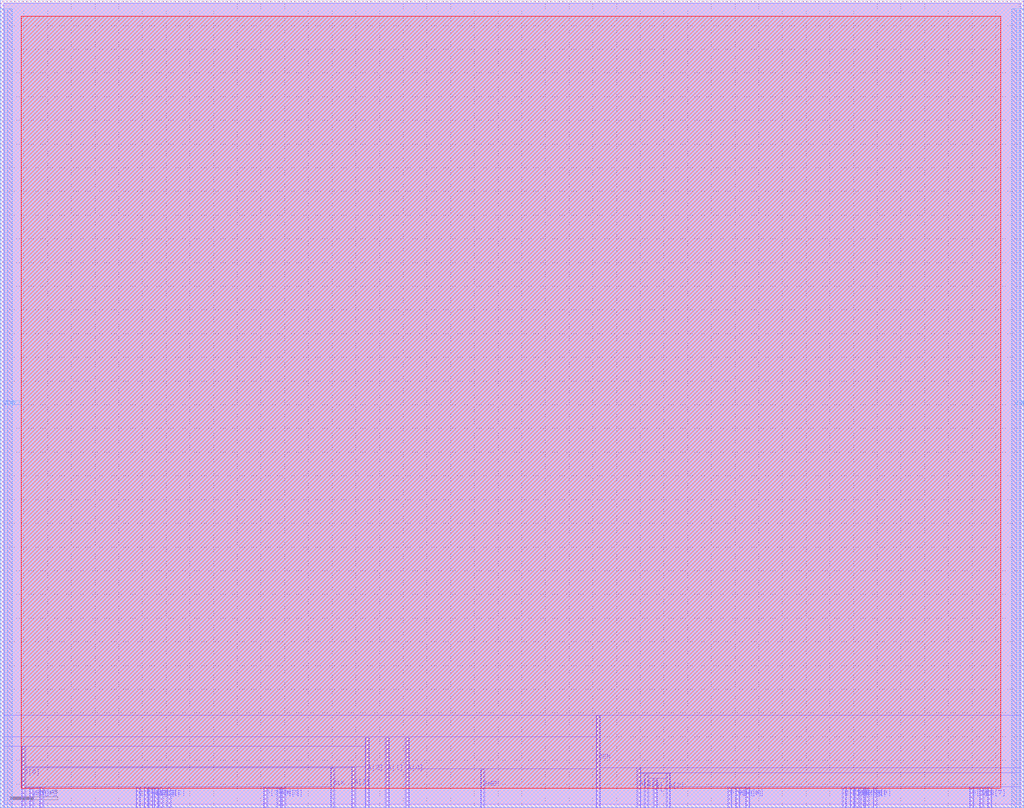
<source format=lef>
VERSION 5.7 ;
  NOWIREEXTENSIONATPIN ON ;
  DIVIDERCHAR "/" ;
  BUSBITCHARS "[]" ;
MACRO gf180_ram_256x8_wrapper
  CLASS BLOCK ;
  FOREIGN gf180_ram_256x8_wrapper ;
  ORIGIN 0.000 0.000 ;
  SIZE 431.860 BY 340.880 ;
  PIN A[0]
    DIRECTION INPUT ;
    USE SIGNAL ;
    ANTENNADIFFAREA 1.997600 ;
    PORT
      LAYER Metal2 ;
        RECT 171.215 0.000 172.335 29.595 ;
    END
  END A[0]
  PIN A[1]
    DIRECTION INPUT ;
    USE SIGNAL ;
    ANTENNADIFFAREA 1.997600 ;
    PORT
      LAYER Metal2 ;
        RECT 162.760 0.000 163.880 29.595 ;
    END
  END A[1]
  PIN A[2]
    DIRECTION INPUT ;
    USE SIGNAL ;
    ANTENNADIFFAREA 1.997600 ;
    PORT
      LAYER Metal2 ;
        RECT 154.295 0.000 155.415 29.595 ;
    END
  END A[2]
  PIN A[3]
    DIRECTION INPUT ;
    USE SIGNAL ;
    ANTENNADIFFAREA 1.997600 ;
    PORT
      LAYER Metal2 ;
        RECT 281.325 0.000 282.445 14.535 ;
    END
  END A[3]
  PIN A[4]
    DIRECTION INPUT ;
    USE SIGNAL ;
    ANTENNADIFFAREA 1.997600 ;
    PORT
      LAYER Metal2 ;
        RECT 275.820 0.000 276.940 12.080 ;
    END
  END A[4]
  PIN A[5]
    DIRECTION INPUT ;
    USE SIGNAL ;
    ANTENNADIFFAREA 1.997600 ;
    PORT
      LAYER Metal2 ;
        RECT 272.085 0.000 273.205 14.180 ;
    END
  END A[5]
  PIN A[6]
    DIRECTION INPUT ;
    USE SIGNAL ;
    ANTENNADIFFAREA 1.997600 ;
    PORT
      LAYER Metal2 ;
        RECT 268.860 0.000 269.980 16.545 ;
    END
  END A[6]
  PIN A[7]
    DIRECTION INPUT ;
    USE SIGNAL ;
    ANTENNADIFFAREA 1.997600 ;
    PORT
      LAYER Metal2 ;
        RECT 148.525 0.000 149.645 17.090 ;
    END
  END A[7]
  PIN CEN
    DIRECTION INPUT ;
    USE SIGNAL ;
    ANTENNADIFFAREA 1.997600 ;
    PORT
      LAYER Metal2 ;
        RECT 251.710 0.000 252.830 38.725 ;
    END
  END CEN
  PIN CLK
    DIRECTION INPUT ;
    USE SIGNAL ;
    ANTENNAGATEAREA 44.706600 ;
    PORT
      LAYER Metal2 ;
        RECT 139.680 0.000 140.800 16.615 ;
    END
  END CLK
  PIN D[0]
    DIRECTION INPUT ;
    USE SIGNAL ;
    ANTENNAGATEAREA 1.152000 ;
    PORT
      LAYER Metal2 ;
        RECT 9.320 0.000 10.440 25.675 ;
    END
  END D[0]
  PIN D[1]
    DIRECTION INPUT ;
    USE SIGNAL ;
    ANTENNAGATEAREA 1.152000 ;
    PORT
      LAYER Metal2 ;
        RECT 61.030 0.000 62.150 8.505 ;
    END
  END D[1]
  PIN D[2]
    DIRECTION INPUT ;
    USE SIGNAL ;
    ANTENNAGATEAREA 1.152000 ;
    PORT
      LAYER Metal2 ;
        RECT 67.270 0.000 68.390 8.505 ;
    END
  END D[2]
  PIN D[3]
    DIRECTION INPUT ;
    USE SIGNAL ;
    ANTENNAGATEAREA 1.152000 ;
    PORT
      LAYER Metal2 ;
        RECT 118.975 0.000 120.095 8.505 ;
    END
  END D[3]
  PIN D[4]
    DIRECTION INPUT ;
    USE SIGNAL ;
    ANTENNAGATEAREA 1.152000 ;
    PORT
      LAYER Metal2 ;
        RECT 307.235 0.000 308.355 8.505 ;
    END
  END D[4]
  PIN D[5]
    DIRECTION INPUT ;
    USE SIGNAL ;
    ANTENNAGATEAREA 1.152000 ;
    PORT
      LAYER Metal2 ;
        RECT 358.910 0.000 360.030 8.505 ;
    END
  END D[5]
  PIN D[6]
    DIRECTION INPUT ;
    USE SIGNAL ;
    ANTENNAGATEAREA 1.152000 ;
    PORT
      LAYER Metal2 ;
        RECT 365.150 0.000 366.270 8.505 ;
    END
  END D[6]
  PIN D[7]
    DIRECTION INPUT ;
    USE SIGNAL ;
    ANTENNAGATEAREA 1.152000 ;
    PORT
      LAYER Metal2 ;
        RECT 416.860 0.000 417.980 8.505 ;
    END
  END D[7]
  PIN GWEN
    DIRECTION INPUT ;
    USE SIGNAL ;
    ANTENNAGATEAREA 14.466000 ;
    PORT
      LAYER Metal2 ;
        RECT 202.940 0.000 204.060 16.150 ;
    END
  END GWEN
  PIN Q[0]
    DIRECTION OUTPUT ;
    USE SIGNAL ;
    ANTENNADIFFAREA 11.328000 ;
    PORT
      LAYER Metal2 ;
        RECT 16.900 0.000 18.020 8.505 ;
    END
  END Q[0]
  PIN Q[1]
    DIRECTION OUTPUT ;
    USE SIGNAL ;
    ANTENNADIFFAREA 11.328000 ;
    PORT
      LAYER Metal2 ;
        RECT 57.665 0.000 58.785 8.505 ;
    END
  END Q[1]
  PIN Q[2]
    DIRECTION OUTPUT ;
    USE SIGNAL ;
    ANTENNADIFFAREA 11.328000 ;
    PORT
      LAYER Metal2 ;
        RECT 70.635 0.000 71.755 8.505 ;
    END
  END Q[2]
  PIN Q[3]
    DIRECTION OUTPUT ;
    USE SIGNAL ;
    ANTENNADIFFAREA 11.328000 ;
    PORT
      LAYER Metal2 ;
        RECT 111.395 0.000 112.515 8.505 ;
    END
  END Q[3]
  PIN Q[4]
    DIRECTION OUTPUT ;
    USE SIGNAL ;
    ANTENNADIFFAREA 11.328000 ;
    PORT
      LAYER Metal2 ;
        RECT 314.790 0.000 315.910 8.505 ;
    END
  END Q[4]
  PIN Q[5]
    DIRECTION OUTPUT ;
    USE SIGNAL ;
    ANTENNADIFFAREA 11.328000 ;
    PORT
      LAYER Metal2 ;
        RECT 355.545 0.000 356.665 8.505 ;
    END
  END Q[5]
  PIN Q[6]
    DIRECTION OUTPUT ;
    USE SIGNAL ;
    ANTENNADIFFAREA 11.328000 ;
    PORT
      LAYER Metal2 ;
        RECT 368.515 0.000 369.635 8.505 ;
    END
  END Q[6]
  PIN Q[7]
    DIRECTION OUTPUT ;
    USE SIGNAL ;
    ANTENNADIFFAREA 11.328000 ;
    PORT
      LAYER Metal2 ;
        RECT 409.275 0.000 410.395 8.505 ;
    END
  END Q[7]
  PIN VDD
    DIRECTION INOUT ;
    USE POWER ;
    PORT
      LAYER Metal4 ;
        RECT 0.000 0.000 2.000 337.120 ;
    END
    PORT
      LAYER Metal4 ;
        RECT 426.800 0.000 428.800 337.120 ;
    END
  END VDD
  PIN VSS
    DIRECTION INOUT ;
    USE GROUND ;
    PORT
      LAYER Metal4 ;
        RECT 3.000 0.000 5.000 337.120 ;
    END
    PORT
      LAYER Metal4 ;
        RECT 429.800 0.000 431.800 337.120 ;
    END
  END VSS
  PIN WEN[0]
    DIRECTION INPUT ;
    USE SIGNAL ;
    ANTENNAGATEAREA 1.938000 ;
    PORT
      LAYER Metal2 ;
        RECT 12.695 0.000 13.815 8.185 ;
    END
  END WEN[0]
  PIN WEN[1]
    DIRECTION INPUT ;
    USE SIGNAL ;
    ANTENNAGATEAREA 1.938000 ;
    PORT
      LAYER Metal2 ;
        RECT 63.020 0.000 64.140 8.185 ;
    END
  END WEN[1]
  PIN WEN[2]
    DIRECTION INPUT ;
    USE SIGNAL ;
    ANTENNAGATEAREA 1.938000 ;
    PORT
      LAYER Metal2 ;
        RECT 65.270 0.000 66.390 8.185 ;
    END
  END WEN[2]
  PIN WEN[3]
    DIRECTION INPUT ;
    USE SIGNAL ;
    ANTENNAGATEAREA 1.938000 ;
    PORT
      LAYER Metal2 ;
        RECT 117.020 0.000 118.140 8.185 ;
    END
  END WEN[3]
  PIN WEN[4]
    DIRECTION INPUT ;
    USE SIGNAL ;
    ANTENNAGATEAREA 1.938000 ;
    PORT
      LAYER Metal2 ;
        RECT 310.575 0.000 311.695 8.185 ;
    END
  END WEN[4]
  PIN WEN[5]
    DIRECTION INPUT ;
    USE SIGNAL ;
    ANTENNAGATEAREA 1.938000 ;
    PORT
      LAYER Metal2 ;
        RECT 360.900 0.000 362.020 8.185 ;
    END
  END WEN[5]
  PIN WEN[6]
    DIRECTION INPUT ;
    USE SIGNAL ;
    ANTENNAGATEAREA 1.938000 ;
    PORT
      LAYER Metal2 ;
        RECT 363.150 0.000 364.270 8.185 ;
    END
  END WEN[6]
  PIN WEN[7]
    DIRECTION INPUT ;
    USE SIGNAL ;
    ANTENNAGATEAREA 1.938000 ;
    PORT
      LAYER Metal2 ;
        RECT 413.475 0.000 414.595 8.185 ;
    END
  END WEN[7]
  OBS
      LAYER Nwell ;
        RECT 8.870 8.245 422.170 333.950 ;
      LAYER Metal1 ;
        RECT 1.410 1.410 430.450 339.470 ;
      LAYER Metal2 ;
        RECT 1.410 39.025 430.450 339.470 ;
        RECT 1.410 29.895 251.410 39.025 ;
        RECT 1.410 25.975 153.995 29.895 ;
        RECT 1.410 0.000 9.020 25.975 ;
        RECT 10.740 17.390 153.995 25.975 ;
        RECT 10.740 16.915 148.225 17.390 ;
        RECT 10.740 8.805 139.380 16.915 ;
        RECT 10.740 8.485 16.600 8.805 ;
        RECT 10.740 0.000 12.395 8.485 ;
        RECT 14.115 0.000 16.600 8.485 ;
        RECT 18.320 0.000 57.365 8.805 ;
        RECT 59.085 0.000 60.730 8.805 ;
        RECT 62.450 8.485 66.970 8.805 ;
        RECT 62.450 0.000 62.720 8.485 ;
        RECT 64.440 0.000 64.970 8.485 ;
        RECT 66.690 0.000 66.970 8.485 ;
        RECT 68.690 0.000 70.335 8.805 ;
        RECT 72.055 0.000 111.095 8.805 ;
        RECT 112.815 8.485 118.675 8.805 ;
        RECT 112.815 0.000 116.720 8.485 ;
        RECT 118.440 0.000 118.675 8.485 ;
        RECT 120.395 0.000 139.380 8.805 ;
        RECT 141.100 0.000 148.225 16.915 ;
        RECT 149.945 0.000 153.995 17.390 ;
        RECT 155.715 0.000 162.460 29.895 ;
        RECT 164.180 0.000 170.915 29.895 ;
        RECT 172.635 16.450 251.410 29.895 ;
        RECT 172.635 0.000 202.640 16.450 ;
        RECT 204.360 0.000 251.410 16.450 ;
        RECT 253.130 16.845 430.450 39.025 ;
        RECT 253.130 0.000 268.560 16.845 ;
        RECT 270.280 14.835 430.450 16.845 ;
        RECT 270.280 14.480 281.025 14.835 ;
        RECT 270.280 0.000 271.785 14.480 ;
        RECT 273.505 12.380 281.025 14.480 ;
        RECT 273.505 0.000 275.520 12.380 ;
        RECT 277.240 0.000 281.025 12.380 ;
        RECT 282.745 8.805 430.450 14.835 ;
        RECT 282.745 0.000 306.935 8.805 ;
        RECT 308.655 8.485 314.490 8.805 ;
        RECT 308.655 0.000 310.275 8.485 ;
        RECT 311.995 0.000 314.490 8.485 ;
        RECT 316.210 0.000 355.245 8.805 ;
        RECT 356.965 0.000 358.610 8.805 ;
        RECT 360.330 8.485 364.850 8.805 ;
        RECT 360.330 0.000 360.600 8.485 ;
        RECT 362.320 0.000 362.850 8.485 ;
        RECT 364.570 0.000 364.850 8.485 ;
        RECT 366.570 0.000 368.215 8.805 ;
        RECT 369.935 0.000 408.975 8.805 ;
        RECT 410.695 8.485 416.560 8.805 ;
        RECT 410.695 0.000 413.175 8.485 ;
        RECT 414.895 0.000 416.560 8.485 ;
        RECT 418.280 0.000 430.450 8.805 ;
      LAYER Metal3 ;
        RECT 0.000 0.000 431.860 340.880 ;
  END
END gf180_ram_256x8_wrapper
END LIBRARY


</source>
